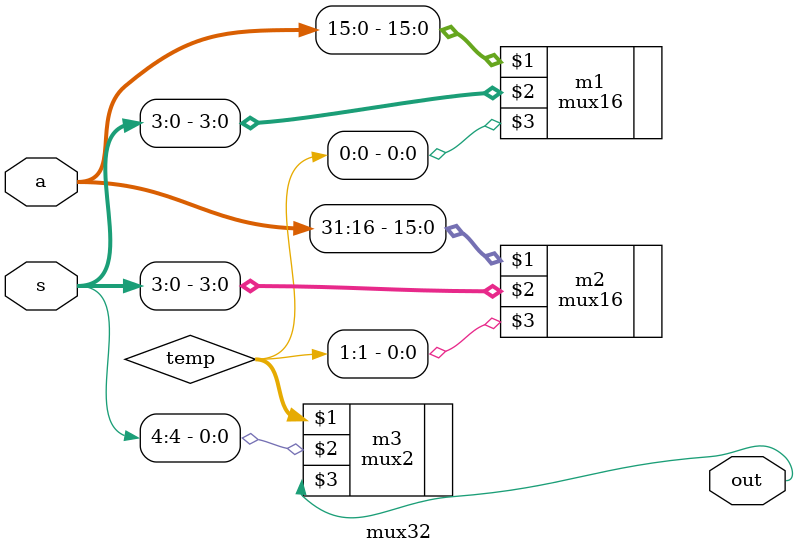
<source format=v>
`timescale 1ns / 1ps



module mux32(
    input [31:0] a,
    input [4:0] s,
    output out
    );
    wire [1:0] temp;
    mux16 m1(a[15:0],s[3:0],temp[0]);
	mux16 m2(a[31:16],s[3:0],temp[1]);
    mux2 m3(temp,s[4],out);
endmodule

</source>
